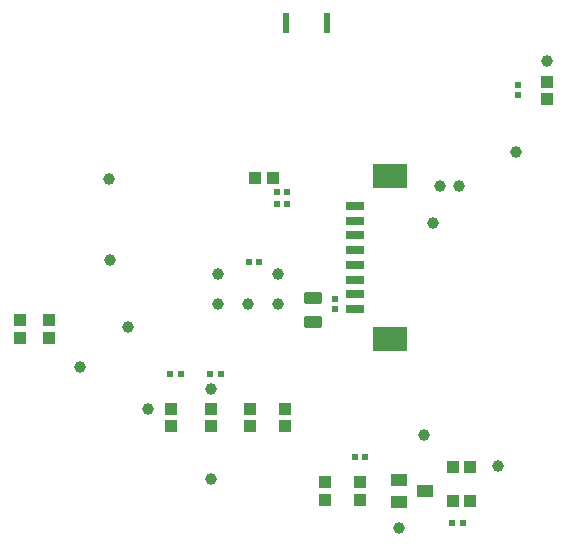
<source format=gbp>
G04*
G04 #@! TF.GenerationSoftware,Altium Limited,Altium Designer,20.2.8 (258)*
G04*
G04 Layer_Color=128*
%FSLAX44Y44*%
%MOMM*%
G71*
G04*
G04 #@! TF.SameCoordinates,AB2164AD-3A94-489E-A7C9-C1E693429951*
G04*
G04*
G04 #@! TF.FilePolarity,Positive*
G04*
G01*
G75*
%ADD15R,0.5400X0.6000*%
G04:AMPARAMS|DCode=43|XSize=0.95mm|YSize=1.4501mm|CornerRadius=0.0143mm|HoleSize=0mm|Usage=FLASHONLY|Rotation=90.000|XOffset=0mm|YOffset=0mm|HoleType=Round|Shape=RoundedRectangle|*
%AMROUNDEDRECTD43*
21,1,0.9500,1.4216,0,0,90.0*
21,1,0.9215,1.4501,0,0,90.0*
1,1,0.0285,0.7108,0.4607*
1,1,0.0285,0.7108,-0.4607*
1,1,0.0285,-0.7108,-0.4607*
1,1,0.0285,-0.7108,0.4607*
%
%ADD43ROUNDEDRECTD43*%
%ADD45R,0.6000X0.5400*%
%ADD47R,1.0200X1.0400*%
%ADD48R,1.0400X1.0200*%
%ADD111R,1.6000X0.8000*%
%ADD112R,3.0000X2.1000*%
G04:AMPARAMS|DCode=113|XSize=1mm|YSize=1mm|CornerRadius=0.5mm|HoleSize=0mm|Usage=FLASHONLY|Rotation=90.000|XOffset=0mm|YOffset=0mm|HoleType=Round|Shape=RoundedRectangle|*
%AMROUNDEDRECTD113*
21,1,1.0000,0.0000,0,0,90.0*
21,1,0.0000,1.0000,0,0,90.0*
1,1,1.0000,0.0000,0.0000*
1,1,1.0000,0.0000,0.0000*
1,1,1.0000,0.0000,0.0000*
1,1,1.0000,0.0000,0.0000*
%
%ADD113ROUNDEDRECTD113*%
G04:AMPARAMS|DCode=114|XSize=1mm|YSize=1mm|CornerRadius=0.5mm|HoleSize=0mm|Usage=FLASHONLY|Rotation=180.000|XOffset=0mm|YOffset=0mm|HoleType=Round|Shape=RoundedRectangle|*
%AMROUNDEDRECTD114*
21,1,1.0000,0.0000,0,0,180.0*
21,1,0.0000,1.0000,0,0,180.0*
1,1,1.0000,0.0000,0.0000*
1,1,1.0000,0.0000,0.0000*
1,1,1.0000,0.0000,0.0000*
1,1,1.0000,0.0000,0.0000*
%
%ADD114ROUNDEDRECTD114*%
%ADD115R,1.4000X1.0000*%
%ADD116R,0.6100X1.8030*%
G04:AMPARAMS|DCode=117|XSize=0.95mm|YSize=1mm|CornerRadius=0.0143mm|HoleSize=0mm|Usage=FLASHONLY|Rotation=0.000|XOffset=0mm|YOffset=0mm|HoleType=Round|Shape=RoundedRectangle|*
%AMROUNDEDRECTD117*
21,1,0.9500,0.9715,0,0,0.0*
21,1,0.9215,1.0000,0,0,0.0*
1,1,0.0285,0.4607,-0.4858*
1,1,0.0285,-0.4607,-0.4858*
1,1,0.0285,-0.4607,0.4858*
1,1,0.0285,0.4607,0.4858*
%
%ADD117ROUNDEDRECTD117*%
D15*
X541070Y436500D02*
D03*
X532430D02*
D03*
X555680Y495750D02*
D03*
X564320D02*
D03*
Y485750D02*
D03*
X555680D02*
D03*
X499680Y342000D02*
D03*
X508320D02*
D03*
X465680D02*
D03*
X474320D02*
D03*
X713070Y215750D02*
D03*
X704430D02*
D03*
X630320Y271250D02*
D03*
X621680D02*
D03*
D43*
X586250Y406250D02*
D03*
Y386250D02*
D03*
D45*
X605250Y396930D02*
D03*
Y405570D02*
D03*
X760000Y586570D02*
D03*
Y577930D02*
D03*
D47*
X597000Y250100D02*
D03*
Y235400D02*
D03*
X466000Y297650D02*
D03*
Y312350D02*
D03*
X563000Y297650D02*
D03*
Y312350D02*
D03*
X533000Y297650D02*
D03*
Y312350D02*
D03*
X500000Y297650D02*
D03*
Y312350D02*
D03*
X363000Y372650D02*
D03*
Y387350D02*
D03*
X338000Y372650D02*
D03*
Y387350D02*
D03*
X785000Y574650D02*
D03*
Y589350D02*
D03*
X626000Y235400D02*
D03*
Y250100D02*
D03*
D48*
X704650Y263000D02*
D03*
X719350D02*
D03*
Y234000D02*
D03*
X704650D02*
D03*
D111*
X622250Y396750D02*
D03*
Y409250D02*
D03*
Y421750D02*
D03*
Y434250D02*
D03*
Y484250D02*
D03*
Y471750D02*
D03*
Y446750D02*
D03*
Y459250D02*
D03*
D112*
X651250Y371250D02*
D03*
Y509750D02*
D03*
D113*
X413750Y507000D02*
D03*
X694250Y500750D02*
D03*
X680500Y290250D02*
D03*
X414250Y438750D02*
D03*
X758500Y529500D02*
D03*
X500000Y253000D02*
D03*
Y329000D02*
D03*
X447000Y312000D02*
D03*
X742750Y263750D02*
D03*
X710500Y501500D02*
D03*
X430000Y381750D02*
D03*
X688250Y470000D02*
D03*
X389000Y348000D02*
D03*
X785000Y607000D02*
D03*
X659500Y211500D02*
D03*
D114*
X556900Y426450D02*
D03*
X506100D02*
D03*
Y401050D02*
D03*
X531500D02*
D03*
X556900D02*
D03*
D115*
X681000Y242750D02*
D03*
X659000Y252250D02*
D03*
Y233250D02*
D03*
D116*
X563500Y639000D02*
D03*
X598510D02*
D03*
D117*
X553001Y507750D02*
D03*
X536999D02*
D03*
M02*

</source>
